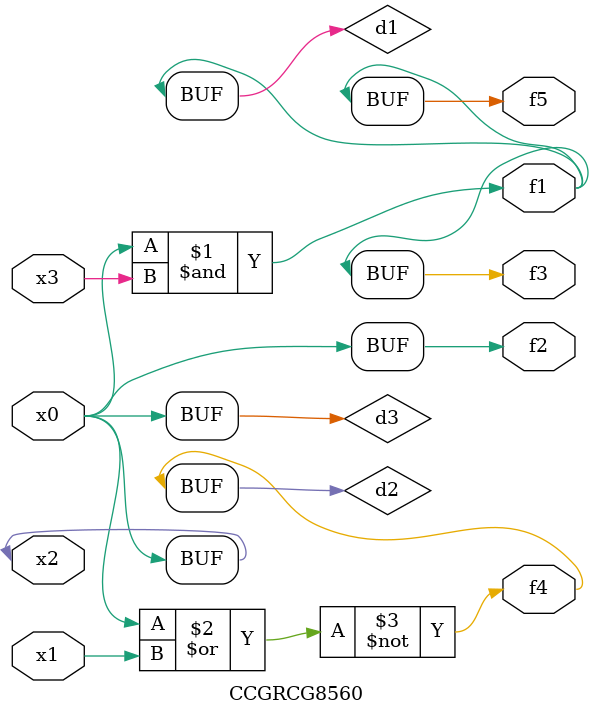
<source format=v>
module CCGRCG8560(
	input x0, x1, x2, x3,
	output f1, f2, f3, f4, f5
);

	wire d1, d2, d3;

	and (d1, x2, x3);
	nor (d2, x0, x1);
	buf (d3, x0, x2);
	assign f1 = d1;
	assign f2 = d3;
	assign f3 = d1;
	assign f4 = d2;
	assign f5 = d1;
endmodule

</source>
